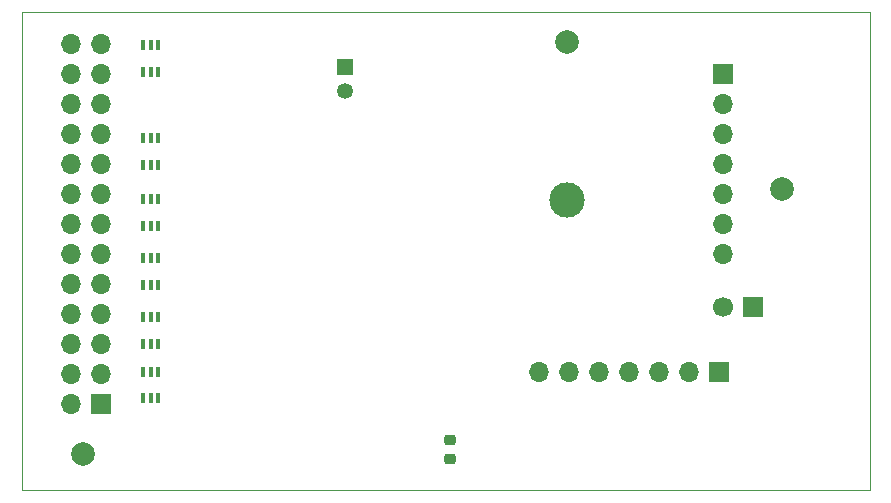
<source format=gbr>
%TF.GenerationSoftware,KiCad,Pcbnew,9.0.5-1.fc42*%
%TF.CreationDate,2025-11-11T18:34:47+01:00*%
%TF.ProjectId,bioamplifier,62696f61-6d70-46c6-9966-6965722e6b69,rev?*%
%TF.SameCoordinates,Original*%
%TF.FileFunction,Soldermask,Bot*%
%TF.FilePolarity,Negative*%
%FSLAX46Y46*%
G04 Gerber Fmt 4.6, Leading zero omitted, Abs format (unit mm)*
G04 Created by KiCad (PCBNEW 9.0.5-1.fc42) date 2025-11-11 18:34:47*
%MOMM*%
%LPD*%
G01*
G04 APERTURE LIST*
G04 Aperture macros list*
%AMRoundRect*
0 Rectangle with rounded corners*
0 $1 Rounding radius*
0 $2 $3 $4 $5 $6 $7 $8 $9 X,Y pos of 4 corners*
0 Add a 4 corners polygon primitive as box body*
4,1,4,$2,$3,$4,$5,$6,$7,$8,$9,$2,$3,0*
0 Add four circle primitives for the rounded corners*
1,1,$1+$1,$2,$3*
1,1,$1+$1,$4,$5*
1,1,$1+$1,$6,$7*
1,1,$1+$1,$8,$9*
0 Add four rect primitives between the rounded corners*
20,1,$1+$1,$2,$3,$4,$5,0*
20,1,$1+$1,$4,$5,$6,$7,0*
20,1,$1+$1,$6,$7,$8,$9,0*
20,1,$1+$1,$8,$9,$2,$3,0*%
G04 Aperture macros list end*
%ADD10R,1.700000X1.700000*%
%ADD11C,1.700000*%
%ADD12R,1.350000X1.350000*%
%ADD13C,1.350000*%
%ADD14O,1.700000X1.700000*%
%ADD15C,2.000000*%
%ADD16RoundRect,0.225000X-0.250000X0.225000X-0.250000X-0.225000X0.250000X-0.225000X0.250000X0.225000X0*%
%ADD17R,0.355600X0.850900*%
%ADD18C,3.000000*%
%TA.AperFunction,Profile*%
%ADD19C,0.100000*%
%TD*%
G04 APERTURE END LIST*
D10*
%TO.C,J5*%
X112540000Y-97000000D03*
D11*
X110000000Y-97000000D03*
%TD*%
D12*
%TO.C,J4*%
X78000000Y-76730000D03*
D13*
X78000000Y-78730000D03*
%TD*%
D10*
%TO.C,J3*%
X110000000Y-77300000D03*
D14*
X110000000Y-79840000D03*
X110000000Y-82380000D03*
X110000000Y-84920000D03*
X110000000Y-87460000D03*
X110000000Y-90000000D03*
X110000000Y-92540000D03*
%TD*%
D15*
%TO.C,H2*%
X115000000Y-87000000D03*
%TD*%
%TO.C,H3*%
X55750000Y-109500000D03*
%TD*%
%TO.C,H1*%
X96750000Y-74600000D03*
%TD*%
D10*
%TO.C,J1*%
X109620000Y-102500000D03*
D14*
X107080000Y-102500000D03*
X104540000Y-102500000D03*
X102000000Y-102500000D03*
X99460000Y-102500000D03*
X96920000Y-102500000D03*
X94380000Y-102500000D03*
%TD*%
D16*
%TO.C,C45*%
X86862500Y-108312500D03*
X86862500Y-109862500D03*
%TD*%
D17*
%TO.C,U9*%
X62149999Y-104773300D03*
X61500000Y-104773300D03*
X60850001Y-104773300D03*
X60850001Y-102500000D03*
X61500000Y-102500000D03*
X62149999Y-102500000D03*
%TD*%
%TO.C,U2*%
X62149999Y-85000000D03*
X61500000Y-85000000D03*
X60850001Y-85000000D03*
X60850001Y-82726700D03*
X61500000Y-82726700D03*
X62149999Y-82726700D03*
%TD*%
%TO.C,U10*%
X62149999Y-95136650D03*
X61500000Y-95136650D03*
X60850001Y-95136650D03*
X60850001Y-92863350D03*
X61500000Y-92863350D03*
X62149999Y-92863350D03*
%TD*%
%TO.C,U4*%
X62149999Y-100136650D03*
X61500000Y-100136650D03*
X60850001Y-100136650D03*
X60850001Y-97863350D03*
X61500000Y-97863350D03*
X62149999Y-97863350D03*
%TD*%
%TO.C,U3*%
X62149999Y-90136650D03*
X61500000Y-90136650D03*
X60850001Y-90136650D03*
X60850001Y-87863350D03*
X61500000Y-87863350D03*
X62149999Y-87863350D03*
%TD*%
D18*
%TO.C,FID1*%
X96750000Y-88000000D03*
%TD*%
D17*
%TO.C,U5*%
X60850001Y-74863350D03*
X61500000Y-74863350D03*
X62149999Y-74863350D03*
X62149999Y-77136650D03*
X61500000Y-77136650D03*
X60850001Y-77136650D03*
%TD*%
D10*
%TO.C,J2*%
X57340000Y-105260000D03*
D14*
X54800000Y-105260000D03*
X57340000Y-102720000D03*
X54800000Y-102720000D03*
X57340000Y-100180000D03*
X54800000Y-100180000D03*
X57340000Y-97640000D03*
X54800000Y-97640000D03*
X57340000Y-95100000D03*
X54800000Y-95100000D03*
X57340000Y-92560000D03*
X54800000Y-92560000D03*
X57340000Y-90020000D03*
X54800000Y-90020000D03*
X57340000Y-87480000D03*
X54800000Y-87480000D03*
X57340000Y-84940000D03*
X54800000Y-84940000D03*
X57340000Y-82400000D03*
X54800000Y-82400000D03*
X57340000Y-79860000D03*
X54800000Y-79860000D03*
X57340000Y-77320000D03*
X54800000Y-77320000D03*
X57340000Y-74780000D03*
X54800000Y-74780000D03*
%TD*%
D19*
X50601596Y-72042903D02*
X122375000Y-72042903D01*
X122375000Y-112556276D01*
X50601596Y-112556276D01*
X50601596Y-72042903D01*
M02*

</source>
